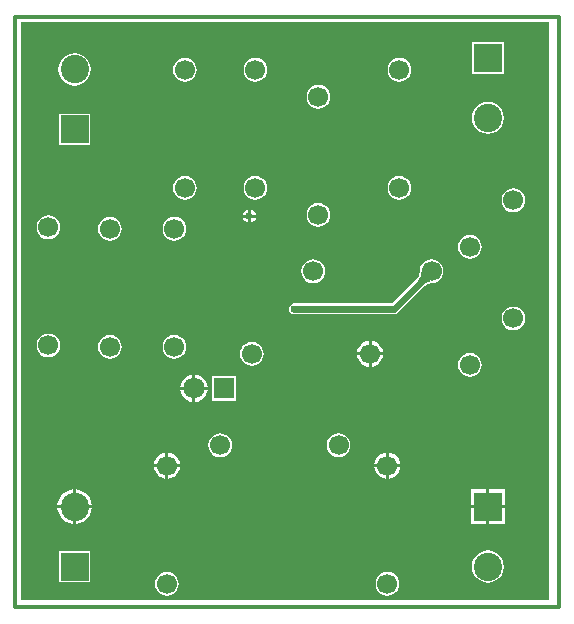
<source format=gbl>
G04 Layer_Physical_Order=2*
G04 Layer_Color=16711680*
%FSLAX44Y44*%
%MOMM*%
G71*
G01*
G75*
%ADD12C,0.6000*%
%ADD14C,0.3000*%
%ADD15C,1.7000*%
%ADD16R,2.4000X2.4000*%
%ADD17C,2.4000*%
%ADD18C,1.8000*%
%ADD19R,1.8000X1.8000*%
%ADD20C,0.6000*%
G36*
X452120Y6350D02*
X5080D01*
Y495300D01*
X452120D01*
Y6350D01*
D02*
G37*
%LPC*%
G36*
X413500Y478900D02*
X386500D01*
Y451900D01*
X413500D01*
Y478900D01*
D02*
G37*
G36*
X325120Y465216D02*
X322509Y464873D01*
X320077Y463865D01*
X317988Y462262D01*
X316385Y460173D01*
X315377Y457741D01*
X315034Y455130D01*
X315377Y452519D01*
X316385Y450087D01*
X317988Y447998D01*
X320077Y446395D01*
X322509Y445387D01*
X325120Y445044D01*
X327730Y445387D01*
X330163Y446395D01*
X332252Y447998D01*
X333855Y450087D01*
X334863Y452519D01*
X335206Y455130D01*
X334863Y457741D01*
X333855Y460173D01*
X332252Y462262D01*
X330163Y463865D01*
X327730Y464873D01*
X325120Y465216D01*
D02*
G37*
G36*
X203200D02*
X200590Y464873D01*
X198157Y463865D01*
X196068Y462262D01*
X194465Y460173D01*
X193457Y457741D01*
X193114Y455130D01*
X193457Y452519D01*
X194465Y450087D01*
X196068Y447998D01*
X198157Y446395D01*
X200590Y445387D01*
X203200Y445044D01*
X205811Y445387D01*
X208243Y446395D01*
X210332Y447998D01*
X211935Y450087D01*
X212943Y452519D01*
X213286Y455130D01*
X212943Y457741D01*
X211935Y460173D01*
X210332Y462262D01*
X208243Y463865D01*
X205811Y464873D01*
X203200Y465216D01*
D02*
G37*
G36*
X143510D02*
X140899Y464873D01*
X138467Y463865D01*
X136378Y462262D01*
X134775Y460173D01*
X133767Y457741D01*
X133424Y455130D01*
X133767Y452519D01*
X134775Y450087D01*
X136378Y447998D01*
X138467Y446395D01*
X140899Y445387D01*
X143510Y445044D01*
X146121Y445387D01*
X148553Y446395D01*
X150642Y447998D01*
X152245Y450087D01*
X153253Y452519D01*
X153596Y455130D01*
X153253Y457741D01*
X152245Y460173D01*
X150642Y462262D01*
X148553Y463865D01*
X146121Y464873D01*
X143510Y465216D01*
D02*
G37*
G36*
X50000Y469016D02*
X46476Y468553D01*
X43192Y467192D01*
X40372Y465028D01*
X38208Y462208D01*
X36848Y458924D01*
X36384Y455400D01*
X36848Y451876D01*
X38208Y448592D01*
X40372Y445772D01*
X43192Y443608D01*
X46476Y442248D01*
X50000Y441783D01*
X53524Y442248D01*
X56808Y443608D01*
X59628Y445772D01*
X61792Y448592D01*
X63152Y451876D01*
X63616Y455400D01*
X63152Y458924D01*
X61792Y462208D01*
X59628Y465028D01*
X56808Y467192D01*
X53524Y468553D01*
X50000Y469016D01*
D02*
G37*
G36*
X256540Y442356D02*
X253930Y442013D01*
X251497Y441005D01*
X249408Y439402D01*
X247805Y437313D01*
X246797Y434880D01*
X246454Y432270D01*
X246797Y429660D01*
X247805Y427227D01*
X249408Y425138D01*
X251497Y423535D01*
X253930Y422527D01*
X256540Y422184D01*
X259151Y422527D01*
X261583Y423535D01*
X263672Y425138D01*
X265275Y427227D01*
X266283Y429660D01*
X266626Y432270D01*
X266283Y434880D01*
X265275Y437313D01*
X263672Y439402D01*
X261583Y441005D01*
X259151Y442013D01*
X256540Y442356D01*
D02*
G37*
G36*
X400000Y428217D02*
X396476Y427752D01*
X393192Y426392D01*
X390372Y424228D01*
X388208Y421408D01*
X386847Y418124D01*
X386384Y414600D01*
X386847Y411076D01*
X388208Y407792D01*
X390372Y404972D01*
X393192Y402808D01*
X396476Y401447D01*
X400000Y400984D01*
X403524Y401447D01*
X406808Y402808D01*
X409628Y404972D01*
X411792Y407792D01*
X413153Y411076D01*
X413616Y414600D01*
X413153Y418124D01*
X411792Y421408D01*
X409628Y424228D01*
X406808Y426392D01*
X403524Y427752D01*
X400000Y428217D01*
D02*
G37*
G36*
X63500Y418100D02*
X36500D01*
Y391100D01*
X63500D01*
Y418100D01*
D02*
G37*
G36*
X325120Y365216D02*
X322509Y364873D01*
X320077Y363865D01*
X317988Y362262D01*
X316385Y360173D01*
X315377Y357741D01*
X315034Y355130D01*
X315377Y352519D01*
X316385Y350087D01*
X317988Y347998D01*
X320077Y346395D01*
X322509Y345387D01*
X325120Y345044D01*
X327730Y345387D01*
X330163Y346395D01*
X332252Y347998D01*
X333855Y350087D01*
X334863Y352519D01*
X335206Y355130D01*
X334863Y357741D01*
X333855Y360173D01*
X332252Y362262D01*
X330163Y363865D01*
X327730Y364873D01*
X325120Y365216D01*
D02*
G37*
G36*
X203200D02*
X200590Y364873D01*
X198157Y363865D01*
X196068Y362262D01*
X194465Y360173D01*
X193457Y357741D01*
X193114Y355130D01*
X193457Y352519D01*
X194465Y350087D01*
X196068Y347998D01*
X198157Y346395D01*
X200590Y345387D01*
X203200Y345044D01*
X205811Y345387D01*
X208243Y346395D01*
X210332Y347998D01*
X211935Y350087D01*
X212943Y352519D01*
X213286Y355130D01*
X212943Y357741D01*
X211935Y360173D01*
X210332Y362262D01*
X208243Y363865D01*
X205811Y364873D01*
X203200Y365216D01*
D02*
G37*
G36*
X143510D02*
X140899Y364873D01*
X138467Y363865D01*
X136378Y362262D01*
X134775Y360173D01*
X133767Y357741D01*
X133424Y355130D01*
X133767Y352519D01*
X134775Y350087D01*
X136378Y347998D01*
X138467Y346395D01*
X140899Y345387D01*
X143510Y345044D01*
X146121Y345387D01*
X148553Y346395D01*
X150642Y347998D01*
X152245Y350087D01*
X153253Y352519D01*
X153596Y355130D01*
X153253Y357741D01*
X152245Y360173D01*
X150642Y362262D01*
X148553Y363865D01*
X146121Y364873D01*
X143510Y365216D01*
D02*
G37*
G36*
X421640Y354726D02*
X419030Y354383D01*
X416597Y353375D01*
X414508Y351772D01*
X412905Y349683D01*
X411897Y347251D01*
X411554Y344640D01*
X411897Y342029D01*
X412905Y339597D01*
X414508Y337508D01*
X416597Y335905D01*
X419030Y334897D01*
X421640Y334554D01*
X424250Y334897D01*
X426683Y335905D01*
X428772Y337508D01*
X430375Y339597D01*
X431383Y342029D01*
X431726Y344640D01*
X431383Y347251D01*
X430375Y349683D01*
X428772Y351772D01*
X426683Y353375D01*
X424250Y354383D01*
X421640Y354726D01*
D02*
G37*
G36*
X199390Y336716D02*
Y332590D01*
X203516D01*
X203339Y333482D01*
X202114Y335314D01*
X200282Y336539D01*
X199390Y336716D01*
D02*
G37*
G36*
X196850D02*
X195958Y336539D01*
X194126Y335314D01*
X192901Y333482D01*
X192724Y332590D01*
X196850D01*
Y336716D01*
D02*
G37*
G36*
X203516Y330050D02*
X199390D01*
Y325924D01*
X200282Y326102D01*
X202114Y327326D01*
X203339Y329159D01*
X203516Y330050D01*
D02*
G37*
G36*
X196850D02*
X192724D01*
X192901Y329159D01*
X194126Y327326D01*
X195958Y326102D01*
X196850Y325924D01*
Y330050D01*
D02*
G37*
G36*
X256540Y342356D02*
X253930Y342013D01*
X251497Y341005D01*
X249408Y339402D01*
X247805Y337313D01*
X246797Y334880D01*
X246454Y332270D01*
X246797Y329660D01*
X247805Y327227D01*
X249408Y325138D01*
X251497Y323535D01*
X253930Y322527D01*
X256540Y322184D01*
X259151Y322527D01*
X261583Y323535D01*
X263672Y325138D01*
X265275Y327227D01*
X266283Y329660D01*
X266626Y332270D01*
X266283Y334880D01*
X265275Y337313D01*
X263672Y339402D01*
X261583Y341005D01*
X259151Y342013D01*
X256540Y342356D01*
D02*
G37*
G36*
X27940Y331866D02*
X25329Y331523D01*
X22897Y330515D01*
X20808Y328912D01*
X19205Y326823D01*
X18197Y324390D01*
X17854Y321780D01*
X18197Y319170D01*
X19205Y316737D01*
X20808Y314648D01*
X22897Y313045D01*
X25329Y312037D01*
X27940Y311694D01*
X30550Y312037D01*
X32983Y313045D01*
X35072Y314648D01*
X36675Y316737D01*
X37683Y319170D01*
X38026Y321780D01*
X37683Y324390D01*
X36675Y326823D01*
X35072Y328912D01*
X32983Y330515D01*
X30550Y331523D01*
X27940Y331866D01*
D02*
G37*
G36*
X134620Y330596D02*
X132009Y330253D01*
X129577Y329245D01*
X127488Y327642D01*
X125885Y325553D01*
X124877Y323120D01*
X124534Y320510D01*
X124877Y317899D01*
X125885Y315467D01*
X127488Y313378D01*
X129577Y311775D01*
X132009Y310767D01*
X134620Y310424D01*
X137231Y310767D01*
X139663Y311775D01*
X141752Y313378D01*
X143355Y315467D01*
X144363Y317899D01*
X144706Y320510D01*
X144363Y323120D01*
X143355Y325553D01*
X141752Y327642D01*
X139663Y329245D01*
X137231Y330253D01*
X134620Y330596D01*
D02*
G37*
G36*
X80010D02*
X77400Y330253D01*
X74967Y329245D01*
X72878Y327642D01*
X71275Y325553D01*
X70267Y323120D01*
X69924Y320510D01*
X70267Y317899D01*
X71275Y315467D01*
X72878Y313378D01*
X74967Y311775D01*
X77400Y310767D01*
X80010Y310424D01*
X82620Y310767D01*
X85053Y311775D01*
X87142Y313378D01*
X88745Y315467D01*
X89753Y317899D01*
X90096Y320510D01*
X89753Y323120D01*
X88745Y325553D01*
X87142Y327642D01*
X85053Y329245D01*
X82620Y330253D01*
X80010Y330596D01*
D02*
G37*
G36*
X384810Y315356D02*
X382200Y315013D01*
X379767Y314005D01*
X377678Y312402D01*
X376075Y310313D01*
X375067Y307880D01*
X374724Y305270D01*
X375067Y302659D01*
X376075Y300227D01*
X377678Y298138D01*
X379767Y296535D01*
X382200Y295527D01*
X384810Y295184D01*
X387421Y295527D01*
X389853Y296535D01*
X391942Y298138D01*
X393545Y300227D01*
X394553Y302659D01*
X394896Y305270D01*
X394553Y307880D01*
X393545Y310313D01*
X391942Y312402D01*
X389853Y314005D01*
X387421Y315013D01*
X384810Y315356D01*
D02*
G37*
G36*
X252260Y294566D02*
X249650Y294223D01*
X247217Y293215D01*
X245128Y291612D01*
X243525Y289523D01*
X242517Y287090D01*
X242174Y284480D01*
X242517Y281870D01*
X243525Y279437D01*
X245128Y277348D01*
X247217Y275745D01*
X249650Y274737D01*
X252260Y274394D01*
X254870Y274737D01*
X257303Y275745D01*
X259392Y277348D01*
X260995Y279437D01*
X262003Y281870D01*
X262346Y284480D01*
X262003Y287090D01*
X260995Y289523D01*
X259392Y291612D01*
X257303Y293215D01*
X254870Y294223D01*
X252260Y294566D01*
D02*
G37*
G36*
X352260D02*
X349650Y294223D01*
X347217Y293215D01*
X345128Y291612D01*
X343525Y289523D01*
X342517Y287090D01*
X342181Y284535D01*
X342137Y284437D01*
X342118Y283684D01*
X342051Y283019D01*
X341935Y282382D01*
X341773Y281772D01*
X341562Y281185D01*
X341304Y280619D01*
X340997Y280071D01*
X340639Y279539D01*
X340227Y279023D01*
X339720Y278477D01*
X339691Y278399D01*
X318610Y257318D01*
X236220D01*
X234464Y256969D01*
X232976Y255974D01*
X231981Y254486D01*
X231632Y252730D01*
X231981Y250974D01*
X232976Y249486D01*
X234464Y248491D01*
X236220Y248142D01*
X320510D01*
X322266Y248491D01*
X323754Y249486D01*
X346179Y271911D01*
X346257Y271940D01*
X346802Y272447D01*
X347319Y272859D01*
X347851Y273217D01*
X348399Y273524D01*
X348965Y273783D01*
X349552Y273993D01*
X350162Y274155D01*
X350799Y274271D01*
X351464Y274338D01*
X352217Y274357D01*
X352315Y274401D01*
X354870Y274737D01*
X357303Y275745D01*
X359392Y277348D01*
X360995Y279437D01*
X362003Y281870D01*
X362346Y284480D01*
X362003Y287090D01*
X360995Y289523D01*
X359392Y291612D01*
X357303Y293215D01*
X354870Y294223D01*
X352260Y294566D01*
D02*
G37*
G36*
X421640Y254726D02*
X419030Y254383D01*
X416597Y253375D01*
X414508Y251772D01*
X412905Y249683D01*
X411897Y247250D01*
X411554Y244640D01*
X411897Y242029D01*
X412905Y239597D01*
X414508Y237508D01*
X416597Y235905D01*
X419030Y234897D01*
X421640Y234554D01*
X424250Y234897D01*
X426683Y235905D01*
X428772Y237508D01*
X430375Y239597D01*
X431383Y242029D01*
X431726Y244640D01*
X431383Y247250D01*
X430375Y249683D01*
X428772Y251772D01*
X426683Y253375D01*
X424250Y254383D01*
X421640Y254726D01*
D02*
G37*
G36*
X301460Y225598D02*
Y215900D01*
X311158D01*
X310946Y217512D01*
X309833Y220198D01*
X308064Y222504D01*
X305758Y224273D01*
X303072Y225386D01*
X301460Y225598D01*
D02*
G37*
G36*
X298920D02*
X297308Y225386D01*
X294622Y224273D01*
X292316Y222504D01*
X290547Y220198D01*
X289434Y217512D01*
X289222Y215900D01*
X298920D01*
Y225598D01*
D02*
G37*
G36*
X27940Y231866D02*
X25329Y231523D01*
X22897Y230515D01*
X20808Y228912D01*
X19205Y226823D01*
X18197Y224391D01*
X17854Y221780D01*
X18197Y219170D01*
X19205Y216737D01*
X20808Y214648D01*
X22897Y213045D01*
X25329Y212037D01*
X27940Y211694D01*
X30550Y212037D01*
X32983Y213045D01*
X35072Y214648D01*
X36675Y216737D01*
X37683Y219170D01*
X38026Y221780D01*
X37683Y224391D01*
X36675Y226823D01*
X35072Y228912D01*
X32983Y230515D01*
X30550Y231523D01*
X27940Y231866D01*
D02*
G37*
G36*
X134620Y230596D02*
X132009Y230253D01*
X129577Y229245D01*
X127488Y227642D01*
X125885Y225553D01*
X124877Y223120D01*
X124534Y220510D01*
X124877Y217899D01*
X125885Y215467D01*
X127488Y213378D01*
X129577Y211775D01*
X132009Y210767D01*
X134620Y210424D01*
X137231Y210767D01*
X139663Y211775D01*
X141752Y213378D01*
X143355Y215467D01*
X144363Y217899D01*
X144706Y220510D01*
X144363Y223120D01*
X143355Y225553D01*
X141752Y227642D01*
X139663Y229245D01*
X137231Y230253D01*
X134620Y230596D01*
D02*
G37*
G36*
X80010D02*
X77400Y230253D01*
X74967Y229245D01*
X72878Y227642D01*
X71275Y225553D01*
X70267Y223120D01*
X69924Y220510D01*
X70267Y217899D01*
X71275Y215467D01*
X72878Y213378D01*
X74967Y211775D01*
X77400Y210767D01*
X80010Y210424D01*
X82620Y210767D01*
X85053Y211775D01*
X87142Y213378D01*
X88745Y215467D01*
X89753Y217899D01*
X90096Y220510D01*
X89753Y223120D01*
X88745Y225553D01*
X87142Y227642D01*
X85053Y229245D01*
X82620Y230253D01*
X80010Y230596D01*
D02*
G37*
G36*
X200190Y224716D02*
X197579Y224373D01*
X195147Y223365D01*
X193058Y221762D01*
X191455Y219673D01*
X190447Y217241D01*
X190104Y214630D01*
X190447Y212020D01*
X191455Y209587D01*
X193058Y207498D01*
X195147Y205895D01*
X197579Y204887D01*
X200190Y204544D01*
X202801Y204887D01*
X205233Y205895D01*
X207322Y207498D01*
X208925Y209587D01*
X209933Y212020D01*
X210276Y214630D01*
X209933Y217241D01*
X208925Y219673D01*
X207322Y221762D01*
X205233Y223365D01*
X202801Y224373D01*
X200190Y224716D01*
D02*
G37*
G36*
X311158Y213360D02*
X301460D01*
Y203662D01*
X303072Y203874D01*
X305758Y204987D01*
X308064Y206756D01*
X309833Y209062D01*
X310946Y211748D01*
X311158Y213360D01*
D02*
G37*
G36*
X298920D02*
X289222D01*
X289434Y211748D01*
X290547Y209062D01*
X292316Y206756D01*
X294622Y204987D01*
X297308Y203874D01*
X298920Y203662D01*
Y213360D01*
D02*
G37*
G36*
X384810Y215356D02*
X382200Y215013D01*
X379767Y214005D01*
X377678Y212402D01*
X376075Y210313D01*
X375067Y207880D01*
X374724Y205270D01*
X375067Y202659D01*
X376075Y200227D01*
X377678Y198138D01*
X379767Y196535D01*
X382200Y195527D01*
X384810Y195184D01*
X387421Y195527D01*
X389853Y196535D01*
X391942Y198138D01*
X393545Y200227D01*
X394553Y202659D01*
X394896Y205270D01*
X394553Y207880D01*
X393545Y210313D01*
X391942Y212402D01*
X389853Y214005D01*
X387421Y215013D01*
X384810Y215356D01*
D02*
G37*
G36*
X152400Y196892D02*
Y186690D01*
X162602D01*
X162373Y188433D01*
X161210Y191240D01*
X159360Y193650D01*
X156950Y195500D01*
X154143Y196663D01*
X152400Y196892D01*
D02*
G37*
G36*
X149860D02*
X148118Y196663D01*
X145310Y195500D01*
X142900Y193650D01*
X141050Y191240D01*
X139887Y188433D01*
X139658Y186690D01*
X149860D01*
Y196892D01*
D02*
G37*
G36*
X187030Y195920D02*
X166030D01*
Y174920D01*
X187030D01*
Y195920D01*
D02*
G37*
G36*
X162602Y184150D02*
X152400D01*
Y173948D01*
X154143Y174177D01*
X156950Y175340D01*
X159360Y177190D01*
X161210Y179600D01*
X162373Y182407D01*
X162602Y184150D01*
D02*
G37*
G36*
X149860D02*
X139658D01*
X139887Y182407D01*
X141050Y179600D01*
X142900Y177190D01*
X145310Y175340D01*
X148118Y174177D01*
X149860Y173948D01*
Y184150D01*
D02*
G37*
G36*
X273520Y147246D02*
X270910Y146903D01*
X268477Y145895D01*
X266388Y144292D01*
X264785Y142203D01*
X263777Y139770D01*
X263434Y137160D01*
X263777Y134550D01*
X264785Y132117D01*
X266388Y130028D01*
X268477Y128425D01*
X270910Y127417D01*
X273520Y127074D01*
X276131Y127417D01*
X278563Y128425D01*
X280652Y130028D01*
X282255Y132117D01*
X283263Y134550D01*
X283606Y137160D01*
X283263Y139770D01*
X282255Y142203D01*
X280652Y144292D01*
X278563Y145895D01*
X276131Y146903D01*
X273520Y147246D01*
D02*
G37*
G36*
X173520D02*
X170910Y146903D01*
X168477Y145895D01*
X166388Y144292D01*
X164785Y142203D01*
X163777Y139770D01*
X163434Y137160D01*
X163777Y134550D01*
X164785Y132117D01*
X166388Y130028D01*
X168477Y128425D01*
X170910Y127417D01*
X173520Y127074D01*
X176131Y127417D01*
X178563Y128425D01*
X180652Y130028D01*
X182255Y132117D01*
X183263Y134550D01*
X183606Y137160D01*
X183263Y139770D01*
X182255Y142203D01*
X180652Y144292D01*
X178563Y145895D01*
X176131Y146903D01*
X173520Y147246D01*
D02*
G37*
G36*
X316230Y130968D02*
Y121270D01*
X325928D01*
X325716Y122882D01*
X324603Y125568D01*
X322834Y127874D01*
X320528Y129643D01*
X317842Y130756D01*
X316230Y130968D01*
D02*
G37*
G36*
X129540D02*
Y121270D01*
X139238D01*
X139026Y122882D01*
X137913Y125568D01*
X136144Y127874D01*
X133838Y129643D01*
X131152Y130756D01*
X129540Y130968D01*
D02*
G37*
G36*
X313690D02*
X312078Y130756D01*
X309392Y129643D01*
X307086Y127874D01*
X305317Y125568D01*
X304204Y122882D01*
X303992Y121270D01*
X313690D01*
Y130968D01*
D02*
G37*
G36*
X127000D02*
X125388Y130756D01*
X122702Y129643D01*
X120396Y127874D01*
X118627Y125568D01*
X117514Y122882D01*
X117302Y121270D01*
X127000D01*
Y130968D01*
D02*
G37*
G36*
X325928Y118730D02*
X316230D01*
Y109032D01*
X317842Y109244D01*
X320528Y110357D01*
X322834Y112126D01*
X324603Y114432D01*
X325716Y117118D01*
X325928Y118730D01*
D02*
G37*
G36*
X139238D02*
X129540D01*
Y109032D01*
X131152Y109244D01*
X133838Y110357D01*
X136144Y112126D01*
X137913Y114432D01*
X139026Y117118D01*
X139238Y118730D01*
D02*
G37*
G36*
X313690D02*
X303992D01*
X304204Y117118D01*
X305317Y114432D01*
X307086Y112126D01*
X309392Y110357D01*
X312078Y109244D01*
X313690Y109032D01*
Y118730D01*
D02*
G37*
G36*
X127000D02*
X117302D01*
X117514Y117118D01*
X118627Y114432D01*
X120396Y112126D01*
X122702Y110357D01*
X125388Y109244D01*
X127000Y109032D01*
Y118730D01*
D02*
G37*
G36*
X51270Y99898D02*
Y86670D01*
X64498D01*
X64166Y89196D01*
X62701Y92733D01*
X60370Y95770D01*
X57333Y98101D01*
X53796Y99566D01*
X51270Y99898D01*
D02*
G37*
G36*
X48730D02*
X46204Y99566D01*
X42667Y98101D01*
X39630Y95770D01*
X37299Y92733D01*
X35834Y89196D01*
X35502Y86670D01*
X48730D01*
Y99898D01*
D02*
G37*
G36*
X414540Y99940D02*
X401270D01*
Y86670D01*
X414540D01*
Y99940D01*
D02*
G37*
G36*
X398730D02*
X385460D01*
Y86670D01*
X398730D01*
Y99940D01*
D02*
G37*
G36*
X64498Y84130D02*
X51270D01*
Y70902D01*
X53796Y71234D01*
X57333Y72699D01*
X60370Y75030D01*
X62701Y78067D01*
X64166Y81604D01*
X64498Y84130D01*
D02*
G37*
G36*
X48730D02*
X35502D01*
X35834Y81604D01*
X37299Y78067D01*
X39630Y75030D01*
X42667Y72699D01*
X46204Y71234D01*
X48730Y70902D01*
Y84130D01*
D02*
G37*
G36*
X414540Y84130D02*
X401270D01*
Y70860D01*
X414540D01*
Y84130D01*
D02*
G37*
G36*
X398730D02*
X385460D01*
Y70860D01*
X398730D01*
Y84130D01*
D02*
G37*
G36*
X63500Y48100D02*
X36500D01*
Y21100D01*
X63500D01*
Y48100D01*
D02*
G37*
G36*
X400000Y48217D02*
X396476Y47752D01*
X393192Y46392D01*
X390372Y44228D01*
X388208Y41408D01*
X386847Y38124D01*
X386384Y34600D01*
X386847Y31076D01*
X388208Y27792D01*
X390372Y24972D01*
X393192Y22808D01*
X396476Y21448D01*
X400000Y20984D01*
X403524Y21448D01*
X406808Y22808D01*
X409628Y24972D01*
X411792Y27792D01*
X413153Y31076D01*
X413616Y34600D01*
X413153Y38124D01*
X411792Y41408D01*
X409628Y44228D01*
X406808Y46392D01*
X403524Y47752D01*
X400000Y48217D01*
D02*
G37*
G36*
X314960Y30086D02*
X312349Y29743D01*
X309917Y28735D01*
X307828Y27132D01*
X306225Y25043D01*
X305217Y22610D01*
X304874Y20000D01*
X305217Y17390D01*
X306225Y14957D01*
X307828Y12868D01*
X309917Y11265D01*
X312349Y10257D01*
X314960Y9914D01*
X317570Y10257D01*
X320003Y11265D01*
X322092Y12868D01*
X323695Y14957D01*
X324703Y17390D01*
X325046Y20000D01*
X324703Y22610D01*
X323695Y25043D01*
X322092Y27132D01*
X320003Y28735D01*
X317570Y29743D01*
X314960Y30086D01*
D02*
G37*
G36*
X128270D02*
X125660Y29743D01*
X123227Y28735D01*
X121138Y27132D01*
X119535Y25043D01*
X118527Y22610D01*
X118184Y20000D01*
X118527Y17390D01*
X119535Y14957D01*
X121138Y12868D01*
X123227Y11265D01*
X125660Y10257D01*
X128270Y9914D01*
X130880Y10257D01*
X133313Y11265D01*
X135402Y12868D01*
X137005Y14957D01*
X138013Y17390D01*
X138356Y20000D01*
X138013Y22610D01*
X137005Y25043D01*
X135402Y27132D01*
X133313Y28735D01*
X130880Y29743D01*
X128270Y30086D01*
D02*
G37*
%LPD*%
G36*
X352175Y275980D02*
X351361Y275959D01*
X350572Y275880D01*
X349808Y275741D01*
X349068Y275544D01*
X348354Y275288D01*
X347664Y274974D01*
X346999Y274601D01*
X346358Y274169D01*
X345742Y273678D01*
X345151Y273129D01*
X340909Y277372D01*
X341458Y277962D01*
X341949Y278578D01*
X342380Y279219D01*
X342754Y279884D01*
X343068Y280574D01*
X343324Y281289D01*
X343521Y282028D01*
X343660Y282792D01*
X343739Y283581D01*
X343760Y284395D01*
X352175Y275980D01*
D02*
G37*
D12*
X320510Y252730D02*
X352260Y284480D01*
X236220Y252730D02*
X320510D01*
D14*
X0Y0D02*
Y500000D01*
X460000D01*
Y0D02*
Y500000D01*
X0Y0D02*
X460000D01*
D15*
X203200Y455130D02*
D03*
Y355130D02*
D03*
X352260Y284480D02*
D03*
X252260D02*
D03*
X421640Y244640D02*
D03*
Y344640D02*
D03*
X27940Y221780D02*
D03*
Y321780D02*
D03*
X325120Y455130D02*
D03*
Y355130D02*
D03*
X256540Y432270D02*
D03*
Y332270D02*
D03*
X143510Y355130D02*
D03*
Y455130D02*
D03*
X80010Y220510D02*
D03*
Y320510D02*
D03*
X384810Y305270D02*
D03*
Y205270D02*
D03*
X273520Y137160D02*
D03*
X173520D02*
D03*
X134620Y320510D02*
D03*
Y220510D02*
D03*
X300190Y214630D02*
D03*
X200190D02*
D03*
X314960Y120000D02*
D03*
Y20000D02*
D03*
X128270Y120000D02*
D03*
Y20000D02*
D03*
D16*
X50000Y404600D02*
D03*
X400000Y465400D02*
D03*
Y85400D02*
D03*
X50000Y34600D02*
D03*
D17*
Y455400D02*
D03*
X400000Y414600D02*
D03*
Y34600D02*
D03*
X50000Y85400D02*
D03*
D18*
X151130Y185420D02*
D03*
D19*
X176530D02*
D03*
D20*
X236220Y252730D02*
D03*
X198120Y331320D02*
D03*
M02*

</source>
